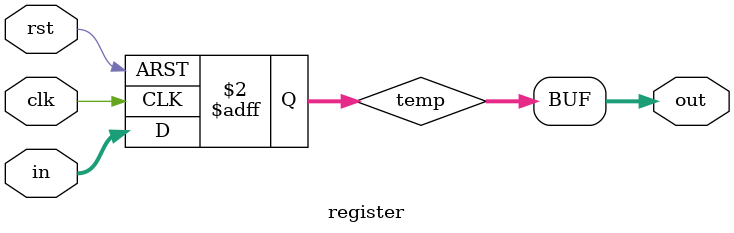
<source format=v>
module register #(parameter WIDTH = 8)
    (
    input clk, 
    input rst, 
    input   [WIDTH-1:0] in, 
    output  [WIDTH-1:0] out);

    reg     [WIDTH-1:0] temp;
    always@(posedge clk, posedge rst) begin
        if (rst)
            temp <= 0;
        else
            temp <= in;
    end

    assign out = temp;
    
endmodule
</source>
